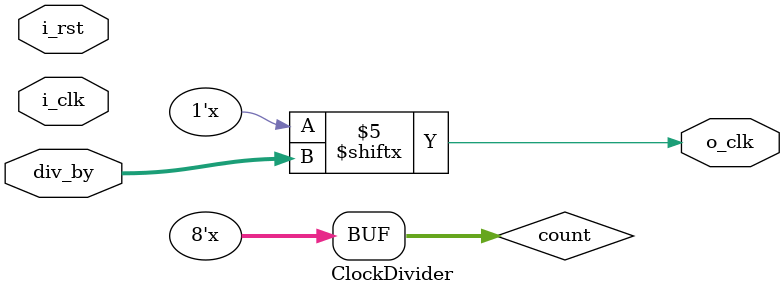
<source format=v>
module ClockDivider #(parameter width=8)(
    input   wire                    i_clk,i_rst,
    input   wire    [width-1:0]     div_by,
    output  wire                    o_clk
);

reg     [width-1:0]     count,count_comp;

always@ (posedge i_clk , negedge i_rst)
 begin
    if (!i_rst)
     begin
        count <= 'b0;
     end
    else
     begin
        count <= count_comp;
     end
end

always@ (*)
 begin
    count = count +1;
 end

assign o_clk = count[div_by];

endmodule
</source>
